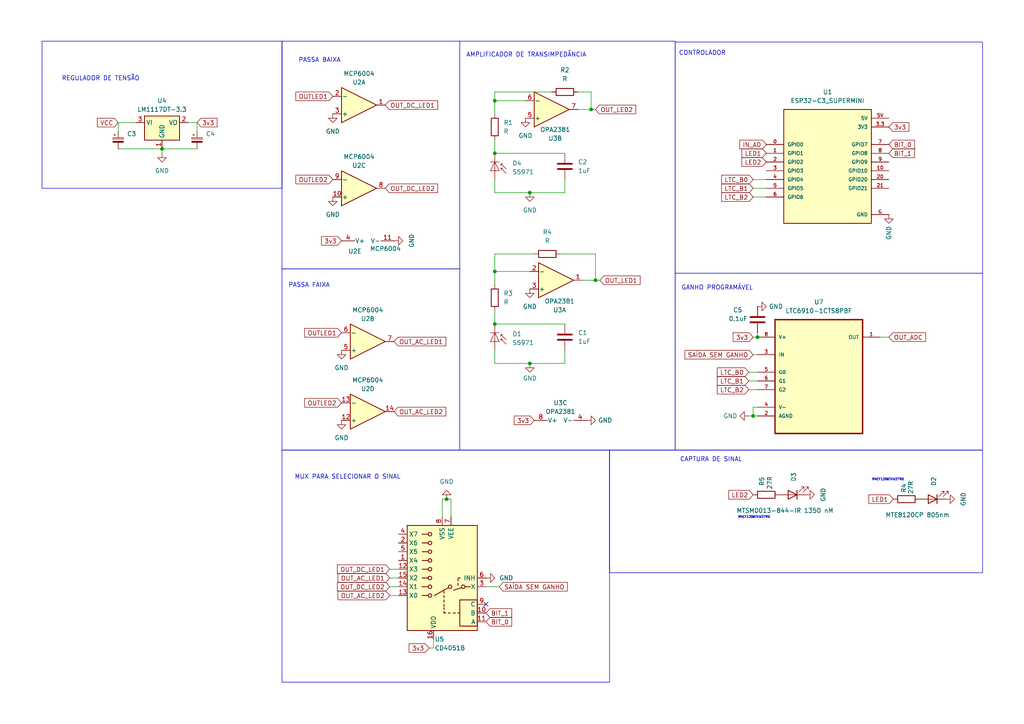
<source format=kicad_sch>
(kicad_sch (version 20231120) (generator "eeschema") (generator_version "8.0")
  (paper "A4")
  (lib_symbols
    (symbol "Amplifier_Operational:MCP6004" (pin_names (offset 0.127))
      (property "Reference" "U" (at 0 5.08 0))
      (property "Value" "MCP6004" (at 0 -5.08 0))
      (symbol "MCP6004_1_1"
        (polyline (pts (xy -5.08 5.08) (xy 5.08 0) (xy -5.08 -5.08) (xy -5.08 5.08)) (stroke (width 0.254)) (fill (type background)))
        (pin output line (at 7.62 0 180) (length 2.54) (name "~") (number "1"))
        (pin input line (at -7.62 -2.54 0) (length 2.54) (name "-") (number "2"))
        (pin input line (at -7.62 2.54 0) (length 2.54) (name "+") (number "3"))
      )
      (symbol "MCP6004_2_1"
        (polyline (pts (xy -5.08 5.08) (xy 5.08 0) (xy -5.08 -5.08) (xy -5.08 5.08)) (stroke (width 0.254)) (fill (type background)))
        (pin input line (at -7.62 2.54 0) (length 2.54) (name "+") (number "5"))
        (pin input line (at -7.62 -2.54 0) (length 2.54) (name "-") (number "6"))
        (pin output line (at 7.62 0 180) (length 2.54) (name "~") (number "7"))
      )
      (symbol "MCP6004_3_1"
        (polyline (pts (xy -5.08 5.08) (xy 5.08 0) (xy -5.08 -5.08) (xy -5.08 5.08)) (stroke (width 0.254)) (fill (type background)))
        (pin input line (at -7.62 2.54 0) (length 2.54) (name "+") (number "10"))
        (pin output line (at 7.62 0 180) (length 2.54) (name "~") (number "8"))
        (pin input line (at -7.62 -2.54 0) (length 2.54) (name "-") (number "9"))
      )
      (symbol "MCP6004_4_1"
        (polyline (pts (xy -5.08 5.08) (xy 5.08 0) (xy -5.08 -5.08) (xy -5.08 5.08)) (stroke (width 0.254)) (fill (type background)))
        (pin input line (at -7.62 2.54 0) (length 2.54) (name "+") (number "12"))
        (pin input line (at -7.62 -2.54 0) (length 2.54) (name "-") (number "13"))
        (pin output line (at 7.62 0 180) (length 2.54) (name "~") (number "14"))
      )
      (symbol "MCP6004_5_1"
        (pin power_in line (at -2.54 -7.62 90) (length 3.81) (name "V-") (number "11"))
        (pin power_in line (at -2.54 7.62 270) (length 3.81) (name "V+") (number "4"))
      )
    )
    (symbol "Amplifier_Operational:OPA2340" (pin_names (offset 0.127))
      (property "Reference" "U" (at 0 5.08 0))
      (property "Value" "OPA2340" (at 0 -5.08 0))
      (symbol "OPA2340_1_1"
        (polyline (pts (xy -5.08 5.08) (xy 5.08 0) (xy -5.08 -5.08) (xy -5.08 5.08)) (stroke (width 0.254)) (fill (type background)))
        (pin output line (at 7.62 0 180) (length 2.54) (name "~") (number "1"))
        (pin input line (at -7.62 -2.54 0) (length 2.54) (name "-") (number "2"))
        (pin input line (at -7.62 2.54 0) (length 2.54) (name "+") (number "3"))
      )
      (symbol "OPA2340_2_1"
        (polyline (pts (xy -5.08 5.08) (xy 5.08 0) (xy -5.08 -5.08) (xy -5.08 5.08)) (stroke (width 0.254)) (fill (type background)))
        (pin input line (at -7.62 2.54 0) (length 2.54) (name "+") (number "5"))
        (pin input line (at -7.62 -2.54 0) (length 2.54) (name "-") (number "6"))
        (pin output line (at 7.62 0 180) (length 2.54) (name "~") (number "7"))
      )
      (symbol "OPA2340_3_1"
        (pin power_in line (at -2.54 -7.62 90) (length 3.81) (name "V-") (number "4"))
        (pin power_in line (at -2.54 7.62 270) (length 3.81) (name "V+") (number "8"))
      )
    )
    (symbol "Analog_Switch:CD4051B"
      (property "Reference" "U" (at -10.16 16.51 0))
      (property "Value" "CD4051B" (at 3.81 16.51 0))
      (symbol "CD4051B_0_1"
        (rectangle (start -10.16 6.35) (end -5.08 13.97) (stroke (width 0.254)))
        (rectangle (start -10.16 15.24) (end 10.16 -15.24) (stroke (width 0.254)) (fill (type background)))
        (circle (center -6.096 2.54) (radius 0.508) (stroke (width 0.254)))
        (circle (center -2.286 2.54) (radius 0.508) (stroke (width 0.254)))
        (polyline (pts (xy -8.128 2.54) (xy -6.604 2.54)) (stroke (width 0.254)))
        (polyline (pts (xy -5.588 2.794) (xy -3.302 3.556)) (stroke (width 0.254)))
        (polyline (pts (xy -4.572 0) (xy -5.207 0)) (stroke (width 0.254)))
        (polyline (pts (xy -4.572 0.254) (xy -4.572 0.889)) (stroke (width 0.254)))
        (polyline (pts (xy -4.572 1.524) (xy -4.572 2.159)) (stroke (width 0.254)))
        (polyline (pts (xy -4.572 10.16) (xy -5.08 10.16)) (stroke (width 0.254)))
        (polyline (pts (xy -3.81 10.16) (xy -3.175 10.16)) (stroke (width 0.254)))
        (polyline (pts (xy -1.778 2.794) (xy 2.286 5.08)) (stroke (width 0.254)))
        (polyline (pts (xy -1.778 10.16) (xy -2.286 10.16)) (stroke (width 0.254)))
        (polyline (pts (xy -0.508 3.81) (xy -0.508 4.445)) (stroke (width 0.254)))
        (polyline (pts (xy -0.508 5.08) (xy -0.508 5.715)) (stroke (width 0.254)))
        (polyline (pts (xy -0.508 6.35) (xy -0.508 6.985)) (stroke (width 0.254)))
        (polyline (pts (xy -0.508 7.62) (xy -0.508 8.255)) (stroke (width 0.254)))
        (polyline (pts (xy -0.508 8.636) (xy -0.508 9.144)) (stroke (width 0.254)))
        (polyline (pts (xy -0.508 9.652) (xy -0.508 10.16)) (stroke (width 0.254)))
        (polyline (pts (xy -0.508 10.16) (xy -1.016 10.16)) (stroke (width 0.254)))
        (polyline (pts (xy 4.064 -12.7) (xy 5.842 -12.7)) (stroke (width 0.254)))
        (polyline (pts (xy 4.064 -10.16) (xy 5.842 -10.16)) (stroke (width 0.254)))
        (polyline (pts (xy 4.064 -7.62) (xy 5.842 -7.62)) (stroke (width 0.254)))
        (polyline (pts (xy 4.064 -5.08) (xy 5.842 -5.08)) (stroke (width 0.254)))
        (polyline (pts (xy 4.064 -2.54) (xy 5.842 -2.54)) (stroke (width 0.254)))
        (polyline (pts (xy 4.064 0) (xy 5.842 0)) (stroke (width 0.254)))
        (polyline (pts (xy 4.064 2.54) (xy 5.842 2.54)) (stroke (width 0.254)))
        (polyline (pts (xy 4.064 5.08) (xy 5.842 5.08)) (stroke (width 0.254)))
        (circle (center 3.556 -12.7) (radius 0.508) (stroke (width 0.254)))
        (circle (center 3.556 -10.16) (radius 0.508) (stroke (width 0.254)))
        (circle (center 3.556 -7.62) (radius 0.508) (stroke (width 0.254)))
        (circle (center 3.556 -5.08) (radius 0.508) (stroke (width 0.254)))
        (circle (center 3.556 -2.54) (radius 0.508) (stroke (width 0.254)))
        (circle (center 3.556 0) (radius 0.508) (stroke (width 0.254)))
        (circle (center 3.556 2.54) (radius 0.508) (stroke (width 0.254)))
        (circle (center 3.556 5.08) (radius 0.508) (stroke (width 0.254)))
      )
      (symbol "CD4051B_1_1"
        (pin bidirectional line (at 12.7 -5.08 180) (length 2.54) (name "X4") (number "1"))
        (pin input line (at -12.7 10.16 0) (length 2.54) (name "B") (number "10"))
        (pin input line (at -12.7 12.7 0) (length 2.54) (name "A") (number "11"))
        (pin bidirectional line (at 12.7 -2.54 180) (length 2.54) (name "X3") (number "12"))
        (pin bidirectional line (at 12.7 5.08 180) (length 2.54) (name "X0") (number "13"))
        (pin bidirectional line (at 12.7 2.54 180) (length 2.54) (name "X1") (number "14"))
        (pin bidirectional line (at 12.7 0 180) (length 2.54) (name "X2") (number "15"))
        (pin power_in line (at 2.54 17.78 270) (length 2.54) (name "VDD") (number "16"))
        (pin bidirectional line (at 12.7 -10.16 180) (length 2.54) (name "X6") (number "2"))
        (pin bidirectional line (at -12.7 2.54 0) (length 2.54) (name "X") (number "3"))
        (pin bidirectional line (at 12.7 -12.7 180) (length 2.54) (name "X7") (number "4"))
        (pin bidirectional line (at 12.7 -7.62 180) (length 2.54) (name "X5") (number "5"))
        (pin input line (at -12.7 0 0) (length 2.54) (name "INH") (number "6"))
        (pin power_in line (at -2.54 -17.78 90) (length 2.54) (name "VEE") (number "7"))
        (pin power_in line (at 0 -17.78 90) (length 2.54) (name "VSS") (number "8"))
        (pin input line (at -12.7 7.62 0) (length 2.54) (name "C") (number "9"))
      )
    )
    (symbol "Device:C" (pin_numbers hide) (pin_names (offset 0.254))
      (property "Reference" "C" (at 0.635 2.54 0))
      (property "Value" "C" (at 0.635 -2.54 0))
      (symbol "C_0_1"
        (polyline (pts (xy -2.032 -0.762) (xy 2.032 -0.762)) (stroke (width 0.508)))
        (polyline (pts (xy -2.032 0.762) (xy 2.032 0.762)) (stroke (width 0.508)))
      )
      (symbol "C_1_1"
        (pin passive line (at 0 3.81 270) (length 2.794) (name "~") (number "1"))
        (pin passive line (at 0 -3.81 90) (length 2.794) (name "~") (number "2"))
      )
    )
    (symbol "Device:C_Polarized_Small" (pin_numbers hide) (pin_names (offset 0.254) hide)
      (property "Reference" "C" (at 0.254 1.778 0))
      (property "Value" "C_Polarized_Small" (at 0.254 -2.032 0))
      (symbol "C_Polarized_Small_0_1"
        (rectangle (start -1.524 -0.3048) (end 1.524 -0.6858) (fill (type outline)))
        (rectangle (start -1.524 0.6858) (end 1.524 0.3048))
        (polyline (pts (xy -1.27 1.524) (xy -0.762 1.524)))
        (polyline (pts (xy -1.016 1.27) (xy -1.016 1.778)))
      )
      (symbol "C_Polarized_Small_1_1"
        (pin passive line (at 0 2.54 270) (length 1.8542) (name "~") (number "1"))
        (pin passive line (at 0 -2.54 90) (length 1.8542) (name "~") (number "2"))
      )
    )
    (symbol "Device:R" (pin_numbers hide) (pin_names (offset 0))
      (property "Reference" "R" (at 2.032 0 90))
      (property "Value" "R" (at 0 0 90))
      (symbol "R_0_1"
        (rectangle (start -1.016 -2.54) (end 1.016 2.54) (stroke (width 0.254)))
      )
      (symbol "R_1_1"
        (pin passive line (at 0 3.81 270) (length 1.27) (name "~") (number "1"))
        (pin passive line (at 0 -3.81 90) (length 1.27) (name "~") (number "2"))
      )
    )
    (symbol "ESP32-C3_SUPERMINI:ESP32-C3_SUPERMINI" (pin_names (offset 1.016))
      (property "Reference" "U" (at -12.7 16.002 0))
      (property "Value" "ESP32-C3_SUPERMINI" (at -12.7 -20.32 0))
      (symbol "ESP32-C3_SUPERMINI_0_0"
        (rectangle (start -12.7 -17.78) (end 12.7 15.24) (stroke (width 0.254)) (fill (type background)))
        (pin bidirectional line (at -17.78 5.08 0) (length 5.08) (name "GPIO0") (number "0"))
        (pin bidirectional line (at -17.78 2.54 0) (length 5.08) (name "GPIO1") (number "1"))
        (pin bidirectional line (at 17.78 -2.54 180) (length 5.08) (name "GPIO10") (number "10"))
        (pin bidirectional line (at -17.78 0 0) (length 5.08) (name "GPIO2") (number "2"))
        (pin bidirectional line (at 17.78 -5.08 180) (length 5.08) (name "GPIO20") (number "20"))
        (pin bidirectional line (at 17.78 -7.62 180) (length 5.08) (name "GPIO21") (number "21"))
        (pin bidirectional line (at -17.78 -2.54 0) (length 5.08) (name "GPIO3") (number "3"))
        (pin power_in line (at 17.78 10.16 180) (length 5.08) (name "3V3") (number "3.3"))
        (pin bidirectional line (at -17.78 -5.08 0) (length 5.08) (name "GPIO4") (number "4"))
        (pin bidirectional line (at -17.78 -7.62 0) (length 5.08) (name "GPIO5") (number "5"))
        (pin power_in line (at 17.78 12.7 180) (length 5.08) (name "5V") (number "5V"))
        (pin bidirectional line (at -17.78 -10.16 0) (length 5.08) (name "GPIO6") (number "6"))
        (pin bidirectional line (at 17.78 5.08 180) (length 5.08) (name "GPIO7") (number "7"))
        (pin bidirectional line (at 17.78 2.54 180) (length 5.08) (name "GPIO8") (number "8"))
        (pin bidirectional line (at 17.78 0 180) (length 5.08) (name "GPIO9") (number "9"))
        (pin power_in line (at 17.78 -15.24 180) (length 5.08) (name "GND") (number "G"))
      )
    )
    (symbol "LED:IR26-21C_L110_TR8" (pin_numbers hide) (pin_names (offset 1.016) hide)
      (property "Reference" "D" (at 0 2.54 0))
      (property "Value" "IR26-21C_L110_TR8" (at 0 -3.81 0))
      (symbol "IR26-21C_L110_TR8_0_1"
        (polyline (pts (xy -1.27 -1.27) (xy -1.27 1.27)) (stroke (width 0.254)))
        (polyline (pts (xy -1.27 0) (xy 1.27 0)))
        (polyline (pts (xy 1.27 -1.27) (xy 1.27 1.27) (xy -1.27 0) (xy 1.27 -1.27)) (stroke (width 0.254)))
        (polyline (pts (xy -3.048 -0.762) (xy -4.572 -2.286) (xy -3.81 -2.286) (xy -4.572 -2.286) (xy -4.572 -1.524)))
        (polyline (pts (xy -1.778 -0.762) (xy -3.302 -2.286) (xy -2.54 -2.286) (xy -3.302 -2.286) (xy -3.302 -1.524)))
      )
      (symbol "IR26-21C_L110_TR8_1_1"
        (pin passive line (at -3.81 0 0) (length 2.54) (name "K") (number "1"))
        (pin passive line (at 3.81 0 180) (length 2.54) (name "A") (number "2"))
      )
    )
    (symbol "LTC6910-1CTS8PBF:LTC6910-1CTS8PBF" (pin_names (offset 1.016))
      (property "Reference" "U" (at -4.4273 14.1979 0))
      (property "Value" "LTC6910-1CTS8PBF" (at -6.5629 -24.0894 0))
      (symbol "LTC6910-1CTS8PBF_0_0"
        (rectangle (start -12.7 -20.32) (end 12.7 12.7) (stroke (width 0.4064)) (fill (type background)))
        (pin output line (at 17.78 7.62 180) (length 5.08) (name "OUT") (number "1"))
        (pin passive line (at -17.78 -15.24 0) (length 5.08) (name "AGND") (number "2"))
        (pin input line (at -17.78 2.54 0) (length 5.08) (name "IN") (number "3"))
        (pin power_in line (at -17.78 -12.7 0) (length 5.08) (name "V-") (number "4"))
        (pin input line (at -17.78 -2.54 0) (length 5.08) (name "G0") (number "5"))
        (pin input line (at -17.78 -5.08 0) (length 5.08) (name "G1") (number "6"))
        (pin input line (at -17.78 -7.62 0) (length 5.08) (name "G2") (number "7"))
        (pin power_in line (at -17.78 7.62 0) (length 5.08) (name "V+") (number "8"))
      )
    )
    (symbol "Regulator_Linear:LM1117DT-3.3"
      (property "Reference" "U" (at -3.81 3.175 0))
      (property "Value" "LM1117DT-3.3" (at 0 3.175 0))
      (symbol "LM1117DT-3.3_0_1"
        (rectangle (start -5.08 -5.08) (end 5.08 1.905) (stroke (width 0.254)) (fill (type background)))
      )
      (symbol "LM1117DT-3.3_1_1"
        (pin power_in line (at 0 -7.62 90) (length 2.54) (name "GND") (number "1"))
        (pin power_out line (at 7.62 0 180) (length 2.54) (name "VO") (number "2"))
        (pin power_in line (at -7.62 0 0) (length 2.54) (name "VI") (number "3"))
      )
    )
    (symbol "Sensor_Optical:BPW34-SMD" (pin_numbers hide) (pin_names (offset 1.016) hide)
      (property "Reference" "D" (at 0.508 1.778 0))
      (property "Value" "BPW34-SMD" (at -1.016 -2.794 0))
      (symbol "BPW34-SMD_0_1"
        (polyline (pts (xy -2.54 1.27) (xy -2.54 -1.27)) (stroke (width 0.1524)))
        (polyline (pts (xy -2.032 1.778) (xy -1.524 1.778)))
        (polyline (pts (xy 0 -1.27) (xy 0 1.27)))
        (polyline (pts (xy 0 0) (xy -2.54 0)))
        (polyline (pts (xy -0.508 3.302) (xy -2.032 1.778) (xy -2.032 2.286)))
        (polyline (pts (xy 0 1.27) (xy -2.54 0) (xy 0 -1.27)))
        (polyline (pts (xy 0.762 3.302) (xy -0.762 1.778) (xy -0.762 2.286) (xy -0.762 1.778) (xy -0.254 1.778)))
      )
      (symbol "BPW34-SMD_1_1"
        (pin passive line (at -5.08 0 0) (length 2.54) (name "K") (number "1"))
        (pin passive line (at 2.54 0 180) (length 2.54) (name "A") (number "2"))
      )
    )
    (symbol "power:GND" (power) (pin_numbers hide) (pin_names (offset 0) hide)
      (property "Value" "GND" (at 0 -3.81 0))
      (symbol "GND_0_1"
        (polyline (pts (xy 0 0) (xy 0 -1.27) (xy 1.27 -1.27) (xy 0 -2.54) (xy -1.27 -1.27) (xy 0 -1.27)))
      )
      (symbol "GND_1_1"
        (pin power_in line (at 0 0 270) (length 0) (name "~") (number "1"))
      )
    )
  )
  (junction (at 172.72 81.28))
  (junction (at 171.45 31.75))
  (junction (at 143.51 29.21))
  (junction (at 153.67 105.41))
  (junction (at 143.51 93.98))
  (junction (at 153.67 55.88))
  (junction (at 219.71 97.79))
  (junction (at 143.51 78.74))
  (junction (at 46.99 43.18))
  (junction (at 143.51 44.45))
  (junction (at 218.44 120.65))
  (junction (at 129.54 144.78))
  (no_connect (at 140.97 175.26))
  (wire (pts (xy 163.83 105.41) (xy 163.83 101.6)))
  (wire (pts (xy 143.51 78.74) (xy 143.51 82.55)))
  (wire (pts (xy 217.17 107.95) (xy 219.71 107.95)))
  (wire (pts (xy 46.99 43.18) (xy 57.15 43.18)))
  (wire (pts (xy 113.03 172.72) (xy 115.57 172.72)))
  (wire (pts (xy 153.67 55.88) (xy 163.83 55.88)))
  (wire (pts (xy 143.51 105.41) (xy 153.67 105.41)))
  (wire (pts (xy 113.03 165.1) (xy 115.57 165.1)))
  (wire (pts (xy 172.72 81.28) (xy 168.91 81.28)))
  (wire (pts (xy 128.27 144.78) (xy 129.54 144.78)))
  (wire (pts (xy 219.71 118.11) (xy 218.44 118.11)))
  (wire (pts (xy 125.73 187.96) (xy 124.46 187.96)))
  (wire (pts (xy 173.99 81.28) (xy 172.72 81.28)))
  (wire (pts (xy 218.44 118.11) (xy 218.44 120.65)))
  (wire (pts (xy 143.51 40.64) (xy 143.51 44.45)))
  (wire (pts (xy 172.72 73.66) (xy 172.72 81.28)))
  (wire (pts (xy 217.17 113.03) (xy 219.71 113.03)))
  (wire (pts (xy 218.44 102.87) (xy 219.71 102.87)))
  (wire (pts (xy 218.44 54.61) (xy 222.25 54.61)))
  (wire (pts (xy 34.29 38.1) (xy 34.29 35.56)))
  (wire (pts (xy 130.81 149.86) (xy 130.81 144.78)))
  (wire (pts (xy 153.67 78.74) (xy 143.51 78.74)))
  (wire (pts (xy 143.51 93.98) (xy 163.83 93.98)))
  (wire (pts (xy 143.51 90.17) (xy 143.51 93.98)))
  (wire (pts (xy 217.17 120.65) (xy 218.44 120.65)))
  (wire (pts (xy 128.27 149.86) (xy 128.27 144.78)))
  (wire (pts (xy 255.27 97.79) (xy 257.81 97.79)))
  (wire (pts (xy 171.45 31.75) (xy 167.64 31.75)))
  (wire (pts (xy 218.44 97.79) (xy 219.71 97.79)))
  (wire (pts (xy 162.56 73.66) (xy 172.72 73.66)))
  (wire (pts (xy 125.73 185.42) (xy 125.73 187.96)))
  (wire (pts (xy 113.03 170.18) (xy 115.57 170.18)))
  (wire (pts (xy 217.17 110.49) (xy 219.71 110.49)))
  (wire (pts (xy 143.51 29.21) (xy 143.51 33.02)))
  (wire (pts (xy 113.03 167.64) (xy 115.57 167.64)))
  (wire (pts (xy 154.94 73.66) (xy 143.51 73.66)))
  (wire (pts (xy 218.44 52.07) (xy 222.25 52.07)))
  (wire (pts (xy 219.71 96.52) (xy 219.71 97.79)))
  (wire (pts (xy 160.02 26.67) (xy 143.51 26.67)))
  (wire (pts (xy 143.51 101.6) (xy 143.51 105.41)))
  (wire (pts (xy 171.45 26.67) (xy 171.45 31.75)))
  (wire (pts (xy 218.44 120.65) (xy 219.71 120.65)))
  (wire (pts (xy 143.51 26.67) (xy 143.51 29.21)))
  (wire (pts (xy 153.67 105.41) (xy 163.83 105.41)))
  (wire (pts (xy 143.51 55.88) (xy 153.67 55.88)))
  (wire (pts (xy 34.29 35.56) (xy 39.37 35.56)))
  (wire (pts (xy 218.44 57.15) (xy 222.25 57.15)))
  (wire (pts (xy 46.99 43.18) (xy 46.99 44.45)))
  (wire (pts (xy 172.72 31.75) (xy 171.45 31.75)))
  (wire (pts (xy 54.61 35.56) (xy 57.15 35.56)))
  (wire (pts (xy 152.4 29.21) (xy 143.51 29.21)))
  (wire (pts (xy 34.29 43.18) (xy 46.99 43.18)))
  (wire (pts (xy 163.83 55.88) (xy 163.83 52.07)))
  (wire (pts (xy 143.51 44.45) (xy 163.83 44.45)))
  (wire (pts (xy 130.81 144.78) (xy 129.54 144.78)))
  (wire (pts (xy 167.64 26.67) (xy 171.45 26.67)))
  (wire (pts (xy 143.51 73.66) (xy 143.51 78.74)))
  (wire (pts (xy 140.97 170.18) (xy 144.78 170.18)))
  (wire (pts (xy 57.15 38.1) (xy 57.15 35.56)))
  (wire (pts (xy 143.51 52.07) (xy 143.51 55.88)))
  (rectangle (start 176.784 130.556) (end 284.988 166.116))
  (rectangle (start 12.192 11.938) (end 81.788 54.61))
  (rectangle (start 81.788 130.556) (end 176.784 197.866))
  (rectangle (start 195.834 12.192) (end 284.988 79.248))
  (rectangle (start 133.35 11.938) (end 195.834 130.556))
  (rectangle (start 81.788 11.938) (end 133.35 77.978))
  (rectangle (start 81.788 77.978) (end 133.35 130.556))
  (rectangle (start 195.834 79.248) (end 284.988 130.556))
  (text "RNCF1206TKW27R0\n" (at 218.694 150.114 0) (effects (font (size 0.635 0.635))))
  (text "GANHO PROGRAMÁVEL" (at 208.026 83.566 0) (effects (font (size 1.27 1.27))))
  (text "CONTROLADOR" (at 203.708 15.494 0) (effects (font (size 1.27 1.27))))
  (text "CAPTURA DE SINAL" (at 206.248 133.35 0) (effects (font (size 1.27 1.27))))
  (text "RNCF1206TKW27R0\n" (at 257.556 139.192 0) (effects (font (size 0.635 0.635))))
  (text "PASSA FAIXA" (at 89.662 82.804 0) (effects (font (size 1.27 1.27))))
  (text "REGULADOR DE TENSÃO" (at 29.21 22.86 0) (effects (font (size 1.27 1.27))))
  (text "MUX PARA SELECIONAR O SINAL" (at 100.838 138.43 0) (effects (font (size 1.27 1.27))))
  (text "AMPLIFICADOR DE TRANSIMPEDÂNCIA" (at 152.654 16.002 0) (effects (font (size 1.27 1.27))))
  (text "PASSA BAIXA" (at 92.71 17.526 0) (effects (font (size 1.27 1.27))))
  (global_label "3v3" (shape input) (at 99.06 69.85 180) (property "Intersheetrefs" "${INTERSHEET_REFS}" (effects (hide yes))))
  (global_label "SAÍDA SEM GANHO" (shape input) (at 218.44 102.87 180) (property "Intersheetrefs" "${INTERSHEET_REFS}" (effects (hide yes))))
  (global_label "OUTLED2" (shape input) (at 96.52 52.07 180) (property "Intersheetrefs" "${INTERSHEET_REFS}" (effects (hide yes))))
  (global_label "OUTLED1" (shape input) (at 96.52 27.94 180) (property "Intersheetrefs" "${INTERSHEET_REFS}" (effects (hide yes))))
  (global_label "OUT_LED1" (shape input) (at 173.99 81.28 0) (property "Intersheetrefs" "${INTERSHEET_REFS}" (effects (hide yes))))
  (global_label "OUT_LED2" (shape input) (at 172.72 31.75 0) (property "Intersheetrefs" "${INTERSHEET_REFS}" (effects (hide yes))))
  (global_label "LED1" (shape input) (at 259.08 144.78 180) (property "Intersheetrefs" "${INTERSHEET_REFS}" (effects (hide yes))))
  (global_label "BIT_1" (shape input) (at 140.97 177.8 0) (property "Intersheetrefs" "${INTERSHEET_REFS}" (effects (hide yes))))
  (global_label "LTC_B0" (shape input) (at 217.17 107.95 180) (property "Intersheetrefs" "${INTERSHEET_REFS}" (effects (hide yes))))
  (global_label "OUT_DC_LED1" (shape input) (at 111.76 30.48 0) (property "Intersheetrefs" "${INTERSHEET_REFS}" (effects (hide yes))))
  (global_label "OUTLED2" (shape input) (at 99.06 116.84 180) (property "Intersheetrefs" "${INTERSHEET_REFS}" (effects (hide yes))))
  (global_label "OUT_AC_LED2" (shape input) (at 113.03 172.72 180) (property "Intersheetrefs" "${INTERSHEET_REFS}" (effects (hide yes))))
  (global_label "OUT_DC_LED1" (shape input) (at 113.03 165.1 180) (property "Intersheetrefs" "${INTERSHEET_REFS}" (effects (hide yes))))
  (global_label "LED1" (shape input) (at 222.25 44.45 180) (property "Intersheetrefs" "${INTERSHEET_REFS}" (effects (hide yes))))
  (global_label "3v3" (shape input) (at 218.44 97.79 180) (property "Intersheetrefs" "${INTERSHEET_REFS}" (effects (hide yes))))
  (global_label "OUT_AC_LED2" (shape input) (at 114.3 119.38 0) (property "Intersheetrefs" "${INTERSHEET_REFS}" (effects (hide yes))))
  (global_label "LTC_B1" (shape input) (at 218.44 54.61 180) (property "Intersheetrefs" "${INTERSHEET_REFS}" (effects (hide yes))))
  (global_label "VCC" (shape input) (at 34.29 35.56 180) (property "Intersheetrefs" "${INTERSHEET_REFS}" (effects (hide yes))))
  (global_label "OUT_DC_LED2" (shape input) (at 111.76 54.61 0) (property "Intersheetrefs" "${INTERSHEET_REFS}" (effects (hide yes))))
  (global_label "IN_AD" (shape input) (at 222.25 41.91 180) (property "Intersheetrefs" "${INTERSHEET_REFS}" (effects (hide yes))))
  (global_label "LTC_B0" (shape input) (at 218.44 52.07 180) (property "Intersheetrefs" "${INTERSHEET_REFS}" (effects (hide yes))))
  (global_label "LED2" (shape input) (at 218.44 143.51 180) (property "Intersheetrefs" "${INTERSHEET_REFS}" (effects (hide yes))))
  (global_label "LED2" (shape input) (at 222.25 46.99 180) (property "Intersheetrefs" "${INTERSHEET_REFS}" (effects (hide yes))))
  (global_label "BIT_0" (shape input) (at 257.81 41.91 0) (property "Intersheetrefs" "${INTERSHEET_REFS}" (effects (hide yes))))
  (global_label "LTC_B2" (shape input) (at 217.17 113.03 180) (property "Intersheetrefs" "${INTERSHEET_REFS}" (effects (hide yes))))
  (global_label "BIT_1" (shape input) (at 257.81 44.45 0) (property "Intersheetrefs" "${INTERSHEET_REFS}" (effects (hide yes))))
  (global_label "BIT_0" (shape input) (at 140.97 180.34 0) (property "Intersheetrefs" "${INTERSHEET_REFS}" (effects (hide yes))))
  (global_label "SAÍDA SEM GANHO" (shape input) (at 144.78 170.18 0) (property "Intersheetrefs" "${INTERSHEET_REFS}" (effects (hide yes))))
  (global_label "LTC_B1" (shape input) (at 217.17 110.49 180) (property "Intersheetrefs" "${INTERSHEET_REFS}" (effects (hide yes))))
  (global_label "OUT_AC_LED1" (shape input) (at 113.03 167.64 180) (property "Intersheetrefs" "${INTERSHEET_REFS}" (effects (hide yes))))
  (global_label "3v3" (shape input) (at 257.81 36.83 0) (property "Intersheetrefs" "${INTERSHEET_REFS}" (effects (hide yes))))
  (global_label "3v3" (shape input) (at 154.94 121.92 180) (property "Intersheetrefs" "${INTERSHEET_REFS}" (effects (hide yes))))
  (global_label "LTC_B2" (shape input) (at 218.44 57.15 180) (property "Intersheetrefs" "${INTERSHEET_REFS}" (effects (hide yes))))
  (global_label "OUTLED1" (shape input) (at 99.06 96.52 180) (property "Intersheetrefs" "${INTERSHEET_REFS}" (effects (hide yes))))
  (global_label "3v3" (shape input) (at 57.15 35.56 0) (property "Intersheetrefs" "${INTERSHEET_REFS}" (effects (hide yes))))
  (global_label "OUT_DC_LED2" (shape input) (at 113.03 170.18 180) (property "Intersheetrefs" "${INTERSHEET_REFS}" (effects (hide yes))))
  (global_label "3v3" (shape input) (at 124.46 187.96 180) (property "Intersheetrefs" "${INTERSHEET_REFS}" (effects (hide yes))))
  (global_label "OUT_AC_LED1" (shape input) (at 114.3 99.06 0) (property "Intersheetrefs" "${INTERSHEET_REFS}" (effects (hide yes))))
  (global_label "OUT_ADC" (shape input) (at 257.81 97.79 0) (property "Intersheetrefs" "${INTERSHEET_REFS}" (effects (hide yes))))
  (symbol (lib_id "Sensor_Optical:BPW34-SMD") (at 143.51 49.53 270) (unit 1)
    (property "Reference" "D4" (at 148.59 47.3328 90) (effects (justify left)))
    (property "Value" "S5971" (at 148.59 49.8728 90) (effects (justify left)))
    (property "Footprint" "OptoDevice:Osram_BPW34S-SMD" (effects (hide yes)))
    (property "Datasheet" "https://dammedia.osram.info/media/resource/hires/osram-dam-5488319/BPW%2034%20S_EN.pdf" (effects (hide yes)))
    (property "Description" "Silicon PIN Photodiode, Area 2.65x2.65mm" (effects (hide yes)))
  )
  (symbol (lib_id "power:GND") (at 233.68 143.51 90) (unit 1)
    (property "Reference" "#PWR05" (effects (hide yes)))
    (property "Value" "GND" (at 238.76 143.51 0))
    (property "Description" "Power symbol creates a global label with name \"GND\" , ground" (effects (hide yes)))
  )
  (symbol (lib_id "Device:R") (at 143.51 86.36 0) (unit 1)
    (property "Reference" "R3" (at 146.05 85.0899 0) (effects (justify left)))
    (property "Value" "R" (at 146.05 87.6299 0) (effects (justify left)))
    (property "Description" "Resistor" (effects (hide yes)))
  )
  (symbol (lib_id "Amplifier_Operational:MCP6004") (at 106.68 67.31 90) (unit 5)
    (property "Reference" "U2" (at 104.902 72.898 90) (effects (justify left)))
    (property "Value" "MCP6004" (at 116.332 72.136 90) (effects (justify left)))
    (property "Datasheet" "http://ww1.microchip.com/downloads/en/DeviceDoc/21733j.pdf" (effects (hide yes)))
    (property "Description" "1MHz, Low-Power Op Amp, DIP-14/SOIC-14/TSSOP-14" (effects (hide yes)))
  )
  (symbol (lib_id "Device:C_Polarized_Small") (at 57.15 40.64 0) (unit 1)
    (property "Reference" "C4" (at 59.69 38.8238 0) (effects (justify left)))
    (property "Value" "C_Polarized_Small" (effects (hide yes)))
    (property "Footprint" "Capacitor_SMD:CP_Elec_4x4.5" (effects (hide yes)))
    (property "Description" "Polarized capacitor, small symbol" (effects (hide yes)))
  )
  (symbol (lib_id "power:GND") (at 219.71 88.9 90) (unit 1)
    (property "Reference" "#PWR018" (effects (hide yes)))
    (property "Value" "GND" (at 223.012 88.9 90) (effects (justify right)))
    (property "Description" "Power symbol creates a global label with name \"GND\" , ground" (effects (hide yes)))
  )
  (symbol (lib_id "power:GND") (at 46.99 44.45 0) (unit 1)
    (property "Reference" "#PWR04" (effects (hide yes)))
    (property "Value" "GND" (at 46.99 49.53 0))
    (property "Description" "Power symbol creates a global label with name \"GND\" , ground" (effects (hide yes)))
  )
  (symbol (lib_id "LED:IR26-21C_L110_TR8") (at 229.87 143.51 180) (unit 1)
    (property "Reference" "D3" (at 230.1874 139.7 90) (effects (justify right)))
    (property "Value" "MTSM0013-844-IR 1350 nM" (at 213.614 148.082 0) (effects (justify right)))
    (property "Footprint" "LED_SMD:LED_1206_3216Metric" (effects (hide yes)))
    (property "Datasheet" "http://www.everlight.com/file/ProductFile/IR26-21C-L110-TR8.pdf" (effects (hide yes)))
    (property "Description" "940nm, 20 deg, Infrared LED, 1206" (effects (hide yes)))
  )
  (symbol (lib_id "power:GND") (at 114.3 69.85 90) (unit 1)
    (property "Reference" "#PWR03" (effects (hide yes)))
    (property "Value" "GND" (at 119.38 69.85 0))
    (property "Description" "Power symbol creates a global label with name \"GND\" , ground" (effects (hide yes)))
  )
  (symbol (lib_id "Amplifier_Operational:OPA2340") (at 160.02 31.75 0) (mirror x) (unit 2)
    (property "Reference" "U3" (at 161.036 40.132 0))
    (property "Value" "OPA2381" (at 161.036 37.592 0))
    (property "Footprint" "Package_SO:SOIC-8_3.9x4.9mm_P1.27mm" (effects (hide yes)))
    (property "Datasheet" "http://www.ti.com/lit/ds/symlink/opa4340.pdf" (effects (hide yes)))
    (property "Description" "Dual Single-Supply, Rail-to-Rail Operational Amplifiers, MicroAmplifier Series, DIP-8/SOIC-8/SSOP-8" (effects (hide yes)))
  )
  (symbol (lib_id "LTC6910-1CTS8PBF:LTC6910-1CTS8PBF") (at 237.49 105.41 0) (unit 1)
    (property "Reference" "U7" (at 237.49 87.63 0))
    (property "Value" "LTC6910-1CTS8PBF" (at 237.49 90.17 0))
    (property "Footprint" "LTC6910-1CTS8PBF:SOT65P280X100-8N" (effects (hide yes)))
    (property "MF" "Analog Devices" (effects (hide yes)))
    (property "Description_1" "\nProgrammable Gain Amplifier 1 Circuit Rail-to-Rail TSOT-23-8\n" (effects (hide yes)))
    (property "PACKAGE" "TSOT-23-8" (effects (hide yes)))
    (property "MPN" "LTC6910-1CTS8#PBF" (effects (hide yes)))
    (property "Price" "None" (effects (hide yes)))
    (property "Package" "TSOT-23 Linear Technology" (effects (hide yes)))
    (property "OC_FARNELL" "-" (effects (hide yes)))
    (property "SnapEDA_Link" "https://www.snapeda.com/parts/LTC6910-1CTS8%23PBF/Analog+Devices/view-part/?ref=snap" (effects (hide yes)))
    (property "MP" "LTC6910-1CTS8#PBF" (effects (hide yes)))
    (property "Purchase-URL" "https://www.snapeda.com/api/url_track_click_mouser/?unipart_id=558848&manufacturer=Analog Devices&part_name=LTC6910-1CTS8#PBF&search_term=None" (effects (hide yes)))
    (property "SUPPLIER" "Linear Technology" (effects (hide yes)))
    (property "OC_NEWARK" "05R9899" (effects (hide yes)))
    (property "Availability" "In Stock" (effects (hide yes)))
    (property "Check_prices" "https://www.snapeda.com/parts/LTC6910-1CTS8%23PBF/Analog+Devices/view-part/?ref=eda" (effects (hide yes)))
  )
  (symbol (lib_id "Device:R") (at 163.83 26.67 90) (unit 1)
    (property "Reference" "R2" (at 163.83 20.32 90))
    (property "Value" "R" (at 163.83 22.86 90))
    (property "Description" "Resistor" (effects (hide yes)))
  )
  (symbol (lib_id "power:GND") (at 153.67 105.41 0) (unit 1)
    (property "Reference" "#PWR02" (effects (hide yes)))
    (property "Value" "GND" (at 153.67 109.728 0))
    (property "Description" "Power symbol creates a global label with name \"GND\" , ground" (effects (hide yes)))
  )
  (symbol (lib_id "power:GND") (at 96.52 33.02 0) (unit 1)
    (property "Reference" "#PWR010" (effects (hide yes)))
    (property "Value" "GND" (at 96.52 38.1 0))
    (property "Description" "Power symbol creates a global label with name \"GND\" , ground" (effects (hide yes)))
  )
  (symbol (lib_id "Device:C") (at 163.83 97.79 0) (unit 1)
    (property "Reference" "C1" (at 167.64 96.5199 0) (effects (justify left)))
    (property "Value" "1uF" (at 167.64 99.0599 0) (effects (justify left)))
    (property "Footprint" "Capacitor_SMD:C_0603_1608Metric_Pad1.08x0.95mm_HandSolder" (effects (hide yes)))
    (property "Description" "Unpolarized capacitor" (effects (hide yes)))
  )
  (symbol (lib_id "Amplifier_Operational:OPA2340") (at 162.56 119.38 90) (unit 3)
    (property "Reference" "U3" (at 162.56 116.84 90))
    (property "Value" "OPA2381" (at 162.56 119.38 90))
    (property "Footprint" "Package_SO:SOIC-8_3.9x4.9mm_P1.27mm" (effects (hide yes)))
    (property "Datasheet" "http://www.ti.com/lit/ds/symlink/opa4340.pdf" (effects (hide yes)))
    (property "Description" "Dual Single-Supply, Rail-to-Rail Operational Amplifiers, MicroAmplifier Series, DIP-8/SOIC-8/SSOP-8" (effects (hide yes)))
  )
  (symbol (lib_id "Device:C_Polarized_Small") (at 34.29 40.64 0) (unit 1)
    (property "Reference" "C3" (at 36.83 38.8238 0) (effects (justify left)))
    (property "Value" "C_Polarized_Small" (effects (hide yes)))
    (property "Footprint" "Capacitor_SMD:CP_Elec_4x5.3" (effects (hide yes)))
    (property "Description" "Polarized capacitor, small symbol" (effects (hide yes)))
  )
  (symbol (lib_id "Device:R") (at 143.51 36.83 0) (unit 1)
    (property "Reference" "R1" (at 146.05 35.5599 0) (effects (justify left)))
    (property "Value" "R" (at 146.05 38.0999 0) (effects (justify left)))
    (property "Description" "Resistor" (effects (hide yes)))
  )
  (symbol (lib_id "power:GND") (at 140.97 167.64 90) (unit 1)
    (property "Reference" "#PWR016" (effects (hide yes)))
    (property "Value" "GND" (at 144.78 167.6399 90) (effects (justify right)))
    (property "Description" "Power symbol creates a global label with name \"GND\" , ground" (effects (hide yes)))
  )
  (symbol (lib_id "power:GND") (at 153.67 55.88 0) (unit 1)
    (property "Reference" "#PWR01" (effects (hide yes)))
    (property "Value" "GND" (at 153.67 60.96 0))
    (property "Description" "Power symbol creates a global label with name \"GND\" , ground" (effects (hide yes)))
  )
  (symbol (lib_id "Amplifier_Operational:MCP6004") (at 104.14 54.61 0) (mirror x) (unit 3)
    (property "Reference" "U2" (at 104.14 48.006 0))
    (property "Value" "MCP6004" (at 104.14 45.466 0))
    (property "Datasheet" "http://ww1.microchip.com/downloads/en/DeviceDoc/21733j.pdf" (effects (hide yes)))
    (property "Description" "1MHz, Low-Power Op Amp, DIP-14/SOIC-14/TSSOP-14" (effects (hide yes)))
  )
  (symbol (lib_id "power:GND") (at 153.67 83.82 0) (unit 1)
    (property "Reference" "#PWR09" (effects (hide yes)))
    (property "Value" "GND" (at 153.67 88.9 0))
    (property "Description" "Power symbol creates a global label with name \"GND\" , ground" (effects (hide yes)))
  )
  (symbol (lib_id "power:GND") (at 217.17 120.65 270) (unit 1)
    (property "Reference" "#PWR017" (effects (hide yes)))
    (property "Value" "GND" (at 213.868 120.65 90) (effects (justify right)))
    (property "Description" "Power symbol creates a global label with name \"GND\" , ground" (effects (hide yes)))
  )
  (symbol (lib_id "Analog_Switch:CD4051B") (at 128.27 167.64 180) (unit 1)
    (property "Reference" "U5" (at 126.0759 185.42 0) (effects (justify right)))
    (property "Value" "CD4051B" (at 126.0759 187.96 0) (effects (justify right)))
    (property "Footprint" "MUX:DIP794W45P254L1969H508Q16" (effects (hide yes)))
    (property "Datasheet" "http://www.ti.com/lit/ds/symlink/cd4052b.pdf" (effects (hide yes)))
    (property "Description" "CMOS single 8-channel analog multiplexer demultiplexer, TSSOP-16/DIP-16/SOIC-16" (effects (hide yes)))
  )
  (symbol (lib_id "Device:C") (at 163.83 48.26 0) (unit 1)
    (property "Reference" "C2" (at 167.64 46.9899 0) (effects (justify left)))
    (property "Value" "1uF" (at 167.64 49.5299 0) (effects (justify left)))
    (property "Footprint" "Capacitor_SMD:C_0603_1608Metric_Pad1.08x0.95mm_HandSolder" (effects (hide yes)))
    (property "Description" "Unpolarized capacitor" (effects (hide yes)))
  )
  (symbol (lib_id "Regulator_Linear:LM1117DT-3.3") (at 46.99 35.56 0) (unit 1)
    (property "Reference" "U4" (at 46.99 29.21 0))
    (property "Value" "LM1117DT-3.3" (at 46.99 31.75 0))
    (property "Footprint" "Package_TO_SOT_SMD:TO-252-3_TabPin2" (effects (hide yes)))
    (property "Datasheet" "http://www.ti.com/lit/ds/symlink/lm1117.pdf" (effects (hide yes)))
    (property "Description" "800mA Low-Dropout Linear Regulator, 3.3V fixed output, TO-252" (effects (hide yes)))
  )
  (symbol (lib_id "power:GND") (at 129.54 144.78 180) (unit 1)
    (property "Reference" "#PWR015" (effects (hide yes)))
    (property "Value" "GND" (at 129.54 139.7 0))
    (property "Description" "Power symbol creates a global label with name \"GND\" , ground" (effects (hide yes)))
  )
  (symbol (lib_id "Device:C") (at 219.71 92.71 180) (unit 1)
    (property "Reference" "C5" (at 212.598 89.916 0) (effects (justify right)))
    (property "Value" "0.1uF" (at 211.328 92.456 0) (effects (justify right)))
    (property "Footprint" "Capacitor_SMD:C_0603_1608Metric_Pad1.08x0.95mm_HandSolder" (effects (hide yes)))
    (property "Description" "Unpolarized capacitor" (effects (hide yes)))
  )
  (symbol (lib_id "Sensor_Optical:BPW34-SMD") (at 143.51 99.06 270) (unit 1)
    (property "Reference" "D1" (at 148.59 96.8628 90) (effects (justify left)))
    (property "Value" "S5971" (at 148.59 99.4028 90) (effects (justify left)))
    (property "Footprint" "OptoDevice:Osram_BPW34S-SMD" (effects (hide yes)))
    (property "Datasheet" "https://dammedia.osram.info/media/resource/hires/osram-dam-5488319/BPW%2034%20S_EN.pdf" (effects (hide yes)))
    (property "Description" "Silicon PIN Photodiode, Area 2.65x2.65mm" (effects (hide yes)))
  )
  (symbol (lib_id "power:GND") (at 170.18 121.92 90) (unit 1)
    (property "Reference" "#PWR07" (effects (hide yes)))
    (property "Value" "GND" (at 173.482 121.92 90) (effects (justify right)))
    (property "Description" "Power symbol creates a global label with name \"GND\" , ground" (effects (hide yes)))
  )
  (symbol (lib_id "Amplifier_Operational:MCP6004") (at 104.14 30.48 0) (mirror x) (unit 1)
    (property "Reference" "U2" (at 104.14 23.876 0))
    (property "Value" "MCP6004" (at 104.14 21.336 0))
    (property "Datasheet" "http://ww1.microchip.com/downloads/en/DeviceDoc/21733j.pdf" (effects (hide yes)))
    (property "Description" "1MHz, Low-Power Op Amp, DIP-14/SOIC-14/TSSOP-14" (effects (hide yes)))
  )
  (symbol (lib_id "Device:R") (at 262.89 144.78 90) (unit 1)
    (property "Reference" "R4" (at 262.128 140.208 0) (effects (justify right)))
    (property "Value" "27R" (at 264.16 139.446 0) (effects (justify right)))
    (property "Footprint" "Resistor_SMD:R_0603_1608Metric_Pad0.98x0.95mm_HandSolder" (effects (hide yes)))
    (property "Description" "Resistor" (effects (hide yes)))
  )
  (symbol (lib_id "Amplifier_Operational:MCP6004") (at 106.68 119.38 0) (mirror x) (unit 4)
    (property "Reference" "U2" (at 106.68 112.776 0))
    (property "Value" "MCP6004" (at 106.68 110.236 0))
    (property "Datasheet" "http://ww1.microchip.com/downloads/en/DeviceDoc/21733j.pdf" (effects (hide yes)))
    (property "Description" "1MHz, Low-Power Op Amp, DIP-14/SOIC-14/TSSOP-14" (effects (hide yes)))
  )
  (symbol (lib_id "power:GND") (at 99.06 121.92 0) (unit 1)
    (property "Reference" "#PWR013" (effects (hide yes)))
    (property "Value" "GND" (at 99.06 127 0))
    (property "Description" "Power symbol creates a global label with name \"GND\" , ground" (effects (hide yes)))
  )
  (symbol (lib_id "ESP32-C3_SUPERMINI:ESP32-C3_SUPERMINI") (at 240.03 46.99 0) (unit 1)
    (property "Reference" "U1" (at 240.03 26.67 0))
    (property "Value" "ESP32-C3_SUPERMINI" (at 240.03 29.21 0))
    (property "Footprint" "ESP32-C3_SUPERMINI:MODULE_ESP32-C3_SUPERMINI" (effects (hide yes)))
    (property "MF" "Espressif Systems" (effects (hide yes)))
    (property "MAXIMUM_PACKAGE_HEIGHT" "4.2mm" (effects (hide yes)))
    (property "Package" "Package" (effects (hide yes)))
    (property "Price" "None" (effects (hide yes)))
    (property "Check_prices" "https://www.snapeda.com/parts/ESP32-C3%20SuperMini/Espressif+Systems/view-part/?ref=eda" (effects (hide yes)))
    (property "STANDARD" "Manufacturer Recommendations" (effects (hide yes)))
    (property "SnapEDA_Link" "https://www.snapeda.com/parts/ESP32-C3%20SuperMini/Espressif+Systems/view-part/?ref=snap" (effects (hide yes)))
    (property "MP" "ESP32-C3 SuperMini" (effects (hide yes)))
    (property "Description_1" "\nSuper tiny ESP32-C3 board\n" (effects (hide yes)))
    (property "Availability" "Not in stock" (effects (hide yes)))
    (property "MANUFACTURER" "Espressif" (effects (hide yes)))
  )
  (symbol (lib_id "LED:IR26-21C_L110_TR8") (at 270.51 144.78 180) (unit 1)
    (property "Reference" "D2" (at 270.8274 140.97 90) (effects (justify right)))
    (property "Value" "MTE8120CP 805nm" (at 256.794 149.352 0) (effects (justify right)))
    (property "Footprint" "LED_SMD:LED_1206_3216Metric" (effects (hide yes)))
    (property "Datasheet" "http://www.everlight.com/file/ProductFile/IR26-21C-L110-TR8.pdf" (effects (hide yes)))
    (property "Description" "940nm, 20 deg, Infrared LED, 1206" (effects (hide yes)))
  )
  (symbol (lib_id "Device:R") (at 158.75 73.66 90) (unit 1)
    (property "Reference" "R4" (at 158.75 67.31 90))
    (property "Value" "R" (at 158.75 69.85 90))
    (property "Description" "Resistor" (effects (hide yes)))
  )
  (symbol (lib_id "power:GND") (at 152.4 34.29 0) (unit 1)
    (property "Reference" "#PWR08" (effects (hide yes)))
    (property "Value" "GND" (at 152.4 39.37 0))
    (property "Description" "Power symbol creates a global label with name \"GND\" , ground" (effects (hide yes)))
  )
  (symbol (lib_id "power:GND") (at 274.32 144.78 90) (unit 1)
    (property "Reference" "#PWR06" (effects (hide yes)))
    (property "Value" "GND" (at 279.4 144.78 0))
    (property "Description" "Power symbol creates a global label with name \"GND\" , ground" (effects (hide yes)))
  )
  (symbol (lib_id "power:GND") (at 99.06 101.6 0) (unit 1)
    (property "Reference" "#PWR011" (effects (hide yes)))
    (property "Value" "GND" (at 99.06 106.68 0))
    (property "Description" "Power symbol creates a global label with name \"GND\" , ground" (effects (hide yes)))
  )
  (symbol (lib_id "Amplifier_Operational:OPA2340") (at 161.29 81.28 0) (mirror x) (unit 1)
    (property "Reference" "U3" (at 162.306 89.916 0))
    (property "Value" "OPA2381" (at 162.306 87.376 0))
    (property "Footprint" "Package_SO:SOIC-8_3.9x4.9mm_P1.27mm" (effects (hide yes)))
    (property "Datasheet" "http://www.ti.com/lit/ds/symlink/opa4340.pdf" (effects (hide yes)))
    (property "Description" "Dual Single-Supply, Rail-to-Rail Operational Amplifiers, MicroAmplifier Series, DIP-8/SOIC-8/SSOP-8" (effects (hide yes)))
  )
  (symbol (lib_id "power:GND") (at 257.81 62.23 0) (unit 1)
    (property "Reference" "#PWR014" (effects (hide yes)))
    (property "Value" "GND" (at 257.81 65.532 90) (effects (justify right)))
    (property "Description" "Power symbol creates a global label with name \"GND\" , ground" (effects (hide yes)))
  )
  (symbol (lib_id "power:GND") (at 96.52 57.15 0) (unit 1)
    (property "Reference" "#PWR012" (effects (hide yes)))
    (property "Value" "GND" (at 96.52 62.23 0))
    (property "Description" "Power symbol creates a global label with name \"GND\" , ground" (effects (hide yes)))
  )
  (symbol (lib_id "Amplifier_Operational:MCP6004") (at 106.68 99.06 0) (mirror x) (unit 2)
    (property "Reference" "U2" (at 106.68 92.456 0))
    (property "Value" "MCP6004" (at 106.68 89.916 0))
    (property "Datasheet" "http://ww1.microchip.com/downloads/en/DeviceDoc/21733j.pdf" (effects (hide yes)))
    (property "Description" "1MHz, Low-Power Op Amp, DIP-14/SOIC-14/TSSOP-14" (effects (hide yes)))
  )
  (symbol (lib_id "Device:R") (at 222.25 143.51 90) (unit 1)
    (property "Reference" "R5" (at 220.9799 140.97 0) (effects (justify left)))
    (property "Value" "27R" (at 223.266 141.986 0) (effects (justify left)))
    (property "Footprint" "Resistor_SMD:R_0603_1608Metric_Pad0.98x0.95mm_HandSolder" (effects (hide yes)))
    (property "Description" "Resistor" (effects (hide yes)))
  )
)
</source>
